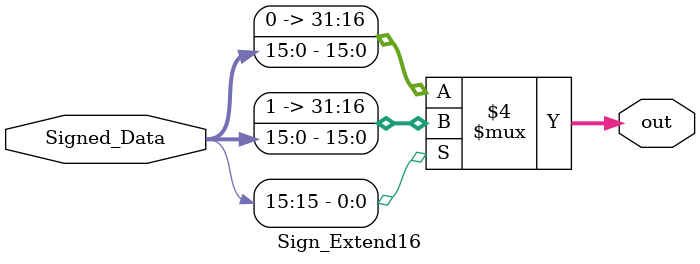
<source format=v>
`timescale 1ns / 1ps

module Sign_Extend16(
    input [15:0] Signed_Data,
    output reg [31:0] out
    );
    
    always @(*) begin
        if(Signed_Data[15] == 1'b1) begin
            out = {16'b1111111111111111, Signed_Data[15:0]};  // Sign-extend for negative values
        end
        else begin
            out = {16'b0000000000000000, Signed_Data[15:0]};  // Sign-extend for positive values
        end
    end
endmodule

</source>
